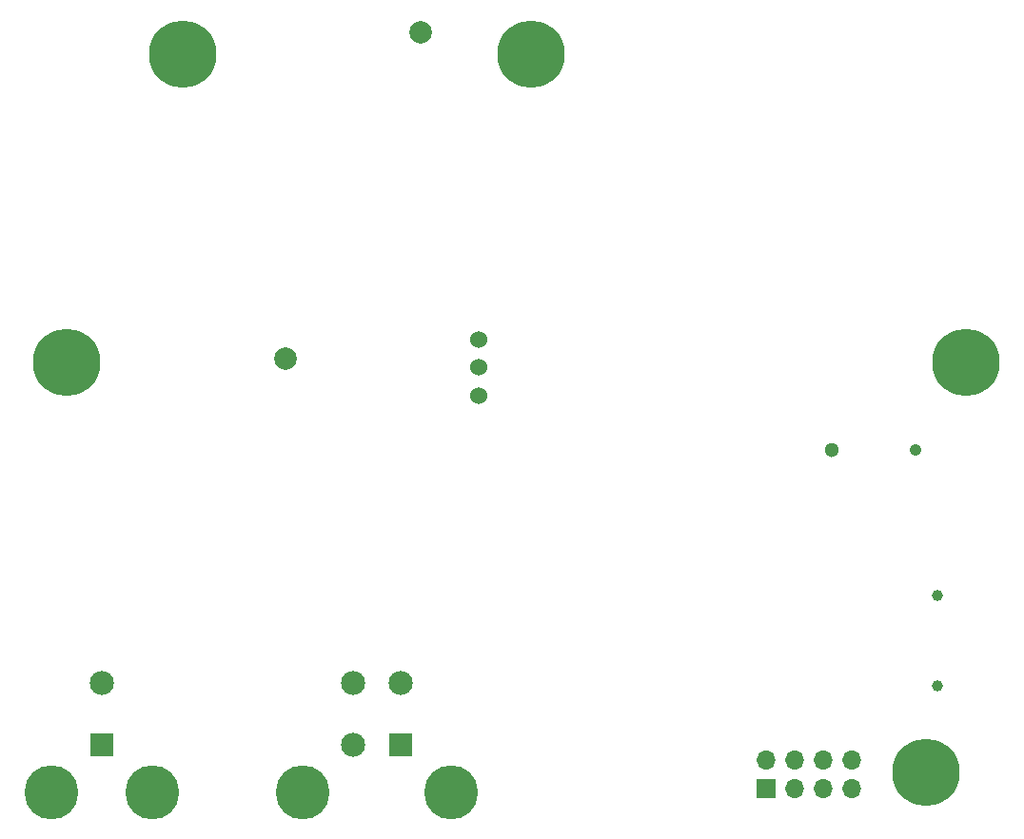
<source format=gbr>
%TF.GenerationSoftware,KiCad,Pcbnew,8.0.8*%
%TF.CreationDate,2025-03-06T23:44:42+09:00*%
%TF.ProjectId,fsk-energymeter,66736b2d-656e-4657-9267-796d65746572,v0.0.1*%
%TF.SameCoordinates,Original*%
%TF.FileFunction,Soldermask,Bot*%
%TF.FilePolarity,Negative*%
%FSLAX46Y46*%
G04 Gerber Fmt 4.6, Leading zero omitted, Abs format (unit mm)*
G04 Created by KiCad (PCBNEW 8.0.8) date 2025-03-06 23:44:42*
%MOMM*%
%LPD*%
G01*
G04 APERTURE LIST*
%ADD10C,1.050000*%
%ADD11C,1.300000*%
%ADD12C,3.400000*%
%ADD13C,6.000000*%
%ADD14C,1.000000*%
%ADD15R,2.150000X2.150000*%
%ADD16C,2.150000*%
%ADD17C,4.800000*%
%ADD18R,1.700000X1.700000*%
%ADD19O,1.700000X1.700000*%
%ADD20C,2.000000*%
%ADD21C,1.524000*%
G04 APERTURE END LIST*
D10*
%TO.C,BT1*%
X161000000Y-84900000D03*
D11*
X153550000Y-84900000D03*
%TD*%
D12*
%TO.C,H5*%
X162000000Y-113600000D03*
D13*
X162000000Y-113600000D03*
%TD*%
D12*
%TO.C,H2*%
X95800000Y-49600000D03*
D13*
X95800000Y-49600000D03*
%TD*%
D14*
%TO.C,J4*%
X163000000Y-105850000D03*
X163000000Y-97850000D03*
%TD*%
D12*
%TO.C,H3*%
X126800000Y-49600000D03*
D13*
X126800000Y-49600000D03*
%TD*%
D15*
%TO.C,J2*%
X88650000Y-111112100D03*
D16*
X88650000Y-105612100D03*
D17*
X93150000Y-115312100D03*
X84150000Y-115312100D03*
%TD*%
D18*
%TO.C,J3*%
X147720000Y-115000000D03*
D19*
X150260000Y-115000000D03*
X152800000Y-115000000D03*
X155340000Y-115000000D03*
X147720000Y-112460000D03*
X150260000Y-112460000D03*
X152800000Y-112460000D03*
X155340000Y-112460000D03*
%TD*%
D20*
%TO.C,U2*%
X105000000Y-76700000D03*
X117000000Y-47700000D03*
D21*
X122200000Y-80000000D03*
X122200000Y-77500000D03*
X122200000Y-75000000D03*
%TD*%
D12*
%TO.C,H4*%
X165500000Y-77100000D03*
D13*
X165500000Y-77100000D03*
%TD*%
D12*
%TO.C,H1*%
X85500000Y-77100000D03*
D13*
X85500000Y-77100000D03*
%TD*%
D15*
%TO.C,J1*%
X115200000Y-111112100D03*
D16*
X111000000Y-111112100D03*
X115200000Y-105612100D03*
X111000000Y-105612100D03*
D17*
X119700000Y-115312100D03*
X106500000Y-115312100D03*
%TD*%
M02*

</source>
